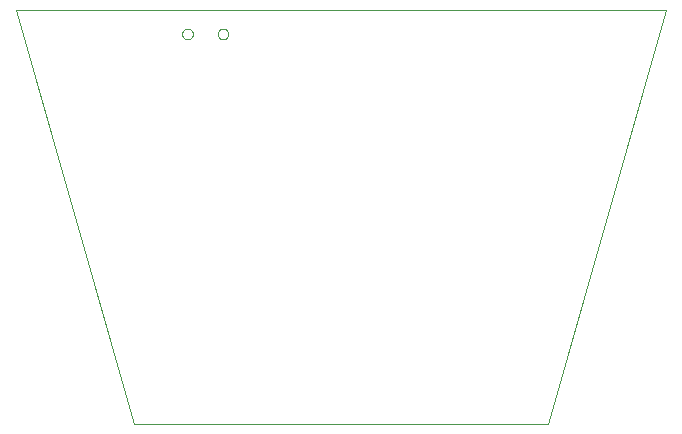
<source format=gko>
G75*
G70*
%OFA0B0*%
%FSLAX24Y24*%
%IPPOS*%
%LPD*%
%AMOC8*
5,1,8,0,0,1.08239X$1,22.5*
%
%ADD10C,0.0000*%
D10*
X004037Y000100D02*
X000100Y013880D01*
X021754Y013880D01*
X017817Y000100D01*
X004037Y000100D01*
X005632Y013088D02*
X005634Y013114D01*
X005640Y013140D01*
X005650Y013165D01*
X005663Y013188D01*
X005679Y013208D01*
X005699Y013226D01*
X005721Y013241D01*
X005744Y013253D01*
X005770Y013261D01*
X005796Y013265D01*
X005822Y013265D01*
X005848Y013261D01*
X005874Y013253D01*
X005898Y013241D01*
X005919Y013226D01*
X005939Y013208D01*
X005955Y013188D01*
X005968Y013165D01*
X005978Y013140D01*
X005984Y013114D01*
X005986Y013088D01*
X005984Y013062D01*
X005978Y013036D01*
X005968Y013011D01*
X005955Y012988D01*
X005939Y012968D01*
X005919Y012950D01*
X005897Y012935D01*
X005874Y012923D01*
X005848Y012915D01*
X005822Y012911D01*
X005796Y012911D01*
X005770Y012915D01*
X005744Y012923D01*
X005720Y012935D01*
X005699Y012950D01*
X005679Y012968D01*
X005663Y012988D01*
X005650Y013011D01*
X005640Y013036D01*
X005634Y013062D01*
X005632Y013088D01*
X006813Y013088D02*
X006815Y013114D01*
X006821Y013140D01*
X006831Y013165D01*
X006844Y013188D01*
X006860Y013208D01*
X006880Y013226D01*
X006902Y013241D01*
X006925Y013253D01*
X006951Y013261D01*
X006977Y013265D01*
X007003Y013265D01*
X007029Y013261D01*
X007055Y013253D01*
X007079Y013241D01*
X007100Y013226D01*
X007120Y013208D01*
X007136Y013188D01*
X007149Y013165D01*
X007159Y013140D01*
X007165Y013114D01*
X007167Y013088D01*
X007165Y013062D01*
X007159Y013036D01*
X007149Y013011D01*
X007136Y012988D01*
X007120Y012968D01*
X007100Y012950D01*
X007078Y012935D01*
X007055Y012923D01*
X007029Y012915D01*
X007003Y012911D01*
X006977Y012911D01*
X006951Y012915D01*
X006925Y012923D01*
X006901Y012935D01*
X006880Y012950D01*
X006860Y012968D01*
X006844Y012988D01*
X006831Y013011D01*
X006821Y013036D01*
X006815Y013062D01*
X006813Y013088D01*
M02*

</source>
